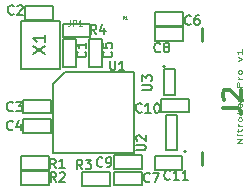
<source format=gto>
G04 (created by PCBNEW (25-Oct-2014 BZR 4029)-stable) date Mon 27 Apr 2015 22:20:08 CEST*
%MOIN*%
G04 Gerber Fmt 3.4, Leading zero omitted, Abs format*
%FSLAX34Y34*%
G01*
G70*
G90*
G04 APERTURE LIST*
%ADD10C,0.00590551*%
%ADD11C,0.0039*%
%ADD12C,0.0059*%
%ADD13C,0.01*%
%ADD14C,0.0079*%
%ADD15C,0.006*%
%ADD16C,0.00314961*%
%ADD17C,0.0025*%
%ADD18C,0.012*%
G04 APERTURE END LIST*
G54D10*
G54D11*
X3263Y-1561D02*
X3106Y-1561D01*
X3263Y-1404D01*
X3106Y-1404D01*
X3263Y-1272D02*
X3158Y-1272D01*
X3106Y-1272D02*
X3114Y-1286D01*
X3121Y-1272D01*
X3114Y-1259D01*
X3106Y-1272D01*
X3121Y-1272D01*
X3158Y-1181D02*
X3158Y-1076D01*
X3106Y-1141D02*
X3241Y-1141D01*
X3256Y-1128D01*
X3263Y-1102D01*
X3263Y-1076D01*
X3263Y-984D02*
X3158Y-984D01*
X3188Y-984D02*
X3173Y-971D01*
X3166Y-958D01*
X3158Y-931D01*
X3158Y-905D01*
X3263Y-774D02*
X3256Y-800D01*
X3248Y-813D01*
X3233Y-826D01*
X3188Y-826D01*
X3173Y-813D01*
X3166Y-800D01*
X3158Y-774D01*
X3158Y-734D01*
X3166Y-708D01*
X3173Y-695D01*
X3188Y-682D01*
X3233Y-682D01*
X3248Y-695D01*
X3256Y-708D01*
X3263Y-734D01*
X3263Y-774D01*
X3263Y-564D02*
X3106Y-564D01*
X3203Y-538D02*
X3263Y-459D01*
X3158Y-459D02*
X3218Y-564D01*
X3256Y-236D02*
X3263Y-262D01*
X3263Y-314D01*
X3256Y-341D01*
X3241Y-354D01*
X3181Y-354D01*
X3166Y-341D01*
X3158Y-314D01*
X3158Y-262D01*
X3166Y-236D01*
X3181Y-223D01*
X3196Y-223D01*
X3211Y-354D01*
X3158Y-131D02*
X3263Y-65D01*
X3158Y0D02*
X3263Y-65D01*
X3300Y-91D01*
X3308Y-104D01*
X3315Y-131D01*
X3263Y314D02*
X3106Y314D01*
X3106Y419D01*
X3114Y446D01*
X3121Y459D01*
X3136Y472D01*
X3158Y472D01*
X3173Y459D01*
X3181Y446D01*
X3188Y419D01*
X3188Y314D01*
X3263Y590D02*
X3158Y590D01*
X3188Y590D02*
X3173Y603D01*
X3166Y616D01*
X3158Y643D01*
X3158Y669D01*
X3263Y800D02*
X3256Y774D01*
X3248Y761D01*
X3233Y748D01*
X3188Y748D01*
X3173Y761D01*
X3166Y774D01*
X3158Y800D01*
X3158Y839D01*
X3166Y866D01*
X3173Y879D01*
X3188Y892D01*
X3233Y892D01*
X3248Y879D01*
X3256Y866D01*
X3263Y839D01*
X3263Y800D01*
X3158Y1194D02*
X3263Y1259D01*
X3158Y1325D01*
X3263Y1574D02*
X3263Y1417D01*
X3263Y1496D02*
X3106Y1496D01*
X3128Y1469D01*
X3143Y1443D01*
X3151Y1417D01*
X3263Y-1561D02*
X3106Y-1561D01*
X3263Y-1404D01*
X3106Y-1404D01*
X3263Y-1272D02*
X3158Y-1272D01*
X3106Y-1272D02*
X3114Y-1286D01*
X3121Y-1272D01*
X3114Y-1259D01*
X3106Y-1272D01*
X3121Y-1272D01*
X3158Y-1181D02*
X3158Y-1076D01*
X3106Y-1141D02*
X3241Y-1141D01*
X3256Y-1128D01*
X3263Y-1102D01*
X3263Y-1076D01*
X3263Y-984D02*
X3158Y-984D01*
X3188Y-984D02*
X3173Y-971D01*
X3166Y-958D01*
X3158Y-931D01*
X3158Y-905D01*
X3263Y-774D02*
X3256Y-800D01*
X3248Y-813D01*
X3233Y-826D01*
X3188Y-826D01*
X3173Y-813D01*
X3166Y-800D01*
X3158Y-774D01*
X3158Y-734D01*
X3166Y-708D01*
X3173Y-695D01*
X3188Y-682D01*
X3233Y-682D01*
X3248Y-695D01*
X3256Y-708D01*
X3263Y-734D01*
X3263Y-774D01*
X3263Y-564D02*
X3106Y-564D01*
X3203Y-538D02*
X3263Y-459D01*
X3158Y-459D02*
X3218Y-564D01*
X3256Y-236D02*
X3263Y-262D01*
X3263Y-314D01*
X3256Y-341D01*
X3241Y-354D01*
X3181Y-354D01*
X3166Y-341D01*
X3158Y-314D01*
X3158Y-262D01*
X3166Y-236D01*
X3181Y-223D01*
X3196Y-223D01*
X3211Y-354D01*
X3158Y-131D02*
X3263Y-65D01*
X3158Y0D02*
X3263Y-65D01*
X3300Y-91D01*
X3308Y-104D01*
X3315Y-131D01*
X3263Y314D02*
X3106Y314D01*
X3106Y419D01*
X3114Y446D01*
X3121Y459D01*
X3136Y472D01*
X3158Y472D01*
X3173Y459D01*
X3181Y446D01*
X3188Y419D01*
X3188Y314D01*
X3263Y590D02*
X3158Y590D01*
X3188Y590D02*
X3173Y603D01*
X3166Y616D01*
X3158Y643D01*
X3158Y669D01*
X3263Y800D02*
X3256Y774D01*
X3248Y761D01*
X3233Y748D01*
X3188Y748D01*
X3173Y761D01*
X3166Y774D01*
X3158Y800D01*
X3158Y839D01*
X3166Y866D01*
X3173Y879D01*
X3188Y892D01*
X3233Y892D01*
X3248Y879D01*
X3256Y866D01*
X3263Y839D01*
X3263Y800D01*
X3158Y1194D02*
X3263Y1259D01*
X3158Y1325D01*
X3263Y1574D02*
X3263Y1417D01*
X3263Y1496D02*
X3106Y1496D01*
X3128Y1469D01*
X3143Y1443D01*
X3151Y1417D01*
G54D12*
X-1781Y2429D02*
X-1781Y1977D01*
X-1781Y1977D02*
X-2707Y1977D01*
X-2707Y1977D02*
X-2707Y2429D01*
X-2707Y2429D02*
X-1781Y2429D01*
X-4085Y-2943D02*
X-4085Y-2491D01*
X-4085Y-2491D02*
X-3159Y-2491D01*
X-3159Y-2491D02*
X-3159Y-2943D01*
X-3159Y-2943D02*
X-4085Y-2943D01*
X-1117Y-2514D02*
X-1117Y-2966D01*
X-1117Y-2966D02*
X-2043Y-2966D01*
X-2043Y-2966D02*
X-2043Y-2514D01*
X-2043Y-2514D02*
X-1117Y-2514D01*
X1506Y-521D02*
X580Y-521D01*
X580Y-521D02*
X580Y-69D01*
X580Y-69D02*
X1506Y-69D01*
X1506Y-69D02*
X1506Y-521D01*
X374Y2313D02*
X1300Y2313D01*
X1300Y2313D02*
X1300Y1861D01*
X1300Y1861D02*
X374Y1861D01*
X374Y1861D02*
X374Y2313D01*
X364Y-1979D02*
X1290Y-1979D01*
X1290Y-1979D02*
X1290Y-2431D01*
X1290Y-2431D02*
X364Y-2431D01*
X364Y-2431D02*
X364Y-1979D01*
X-994Y-2510D02*
X-68Y-2510D01*
X-68Y-2510D02*
X-68Y-2962D01*
X-68Y-2962D02*
X-994Y-2962D01*
X-994Y-2962D02*
X-994Y-2510D01*
X-3021Y2569D02*
X-3947Y2569D01*
X-3947Y2569D02*
X-3947Y3021D01*
X-3947Y3021D02*
X-3021Y3021D01*
X-3021Y3021D02*
X-3021Y2569D01*
X-3100Y-1210D02*
X-4026Y-1210D01*
X-4026Y-1210D02*
X-4026Y-758D01*
X-4026Y-758D02*
X-3100Y-758D01*
X-3100Y-758D02*
X-3100Y-1210D01*
X-1388Y1918D02*
X-1388Y992D01*
X-1388Y992D02*
X-1840Y992D01*
X-1840Y992D02*
X-1840Y1918D01*
X-1840Y1918D02*
X-1388Y1918D01*
X374Y2805D02*
X1300Y2805D01*
X1300Y2805D02*
X1300Y2353D01*
X1300Y2353D02*
X374Y2353D01*
X374Y2353D02*
X374Y2805D01*
X-68Y-2411D02*
X-994Y-2411D01*
X-994Y-2411D02*
X-994Y-1959D01*
X-994Y-1959D02*
X-68Y-1959D01*
X-68Y-1959D02*
X-68Y-2411D01*
X-2254Y1918D02*
X-2254Y992D01*
X-2254Y992D02*
X-2706Y992D01*
X-2706Y992D02*
X-2706Y1918D01*
X-2706Y1918D02*
X-2254Y1918D01*
X-4085Y-2432D02*
X-4085Y-1980D01*
X-4085Y-1980D02*
X-3159Y-1980D01*
X-3159Y-1980D02*
X-3159Y-2432D01*
X-3159Y-2432D02*
X-4085Y-2432D01*
X-4026Y-109D02*
X-3100Y-109D01*
X-3100Y-109D02*
X-3100Y-561D01*
X-3100Y-561D02*
X-4026Y-561D01*
X-4026Y-561D02*
X-4026Y-109D01*
X-4105Y913D02*
X-4105Y2513D01*
X-4105Y2513D02*
X-2785Y2513D01*
X-2785Y2513D02*
X-2785Y913D01*
X-2785Y913D02*
X-4105Y913D01*
X1053Y905D02*
X679Y905D01*
X1053Y39D02*
X679Y39D01*
X697Y1003D02*
G75*
G03X697Y1003I-35J0D01*
G74*
G01*
X1053Y905D02*
X1053Y39D01*
X679Y39D02*
X679Y905D01*
X738Y-1792D02*
X738Y-610D01*
X738Y-610D02*
X1112Y-610D01*
X1112Y-610D02*
X1112Y-1792D01*
X1112Y-1792D02*
X738Y-1792D01*
X1421Y-1830D02*
G75*
G03X1421Y-1830I-43J0D01*
G74*
G01*
X-2618Y808D02*
X-3012Y414D01*
X-3012Y414D02*
X-3012Y-1870D01*
X-334Y808D02*
X-334Y-1870D01*
X-334Y-1870D02*
X-3012Y-1870D01*
X-2618Y808D02*
X-334Y808D01*
X-2618Y808D02*
X-3012Y414D01*
X-3012Y414D02*
X-3012Y-1870D01*
X-334Y808D02*
X-334Y-1870D01*
X-334Y-1870D02*
X-3012Y-1870D01*
X-2618Y808D02*
X-334Y808D01*
G54D13*
X1928Y1843D02*
X1928Y2276D01*
X1928Y-1856D02*
X1928Y-2289D01*
G54D12*
X738Y-1792D02*
X738Y-610D01*
X738Y-610D02*
X1112Y-610D01*
X1112Y-610D02*
X1112Y-1792D01*
X1112Y-1792D02*
X738Y-1792D01*
X1421Y-1830D02*
G75*
G03X1421Y-1830I-43J0D01*
G74*
G01*
X1053Y905D02*
X679Y905D01*
X1053Y39D02*
X679Y39D01*
X697Y1003D02*
G75*
G03X697Y1003I-35J0D01*
G74*
G01*
X1053Y905D02*
X1053Y39D01*
X679Y39D02*
X679Y905D01*
X-4105Y913D02*
X-4105Y2513D01*
X-4105Y2513D02*
X-2785Y2513D01*
X-2785Y2513D02*
X-2785Y913D01*
X-2785Y913D02*
X-4105Y913D01*
X-4026Y-109D02*
X-3100Y-109D01*
X-3100Y-109D02*
X-3100Y-561D01*
X-3100Y-561D02*
X-4026Y-561D01*
X-4026Y-561D02*
X-4026Y-109D01*
X-4085Y-2432D02*
X-4085Y-1980D01*
X-4085Y-1980D02*
X-3159Y-1980D01*
X-3159Y-1980D02*
X-3159Y-2432D01*
X-3159Y-2432D02*
X-4085Y-2432D01*
X-2254Y1918D02*
X-2254Y992D01*
X-2254Y992D02*
X-2706Y992D01*
X-2706Y992D02*
X-2706Y1918D01*
X-2706Y1918D02*
X-2254Y1918D01*
X-68Y-2411D02*
X-994Y-2411D01*
X-994Y-2411D02*
X-994Y-1959D01*
X-994Y-1959D02*
X-68Y-1959D01*
X-68Y-1959D02*
X-68Y-2411D01*
X374Y2805D02*
X1300Y2805D01*
X1300Y2805D02*
X1300Y2353D01*
X1300Y2353D02*
X374Y2353D01*
X374Y2353D02*
X374Y2805D01*
X-1388Y1918D02*
X-1388Y992D01*
X-1388Y992D02*
X-1840Y992D01*
X-1840Y992D02*
X-1840Y1918D01*
X-1840Y1918D02*
X-1388Y1918D01*
X-3100Y-1210D02*
X-4026Y-1210D01*
X-4026Y-1210D02*
X-4026Y-758D01*
X-4026Y-758D02*
X-3100Y-758D01*
X-3100Y-758D02*
X-3100Y-1210D01*
X-3021Y2569D02*
X-3947Y2569D01*
X-3947Y2569D02*
X-3947Y3021D01*
X-3947Y3021D02*
X-3021Y3021D01*
X-3021Y3021D02*
X-3021Y2569D01*
X-994Y-2510D02*
X-68Y-2510D01*
X-68Y-2510D02*
X-68Y-2962D01*
X-68Y-2962D02*
X-994Y-2962D01*
X-994Y-2962D02*
X-994Y-2510D01*
X364Y-1979D02*
X1290Y-1979D01*
X1290Y-1979D02*
X1290Y-2431D01*
X1290Y-2431D02*
X364Y-2431D01*
X364Y-2431D02*
X364Y-1979D01*
X374Y2313D02*
X1300Y2313D01*
X1300Y2313D02*
X1300Y1861D01*
X1300Y1861D02*
X374Y1861D01*
X374Y1861D02*
X374Y2313D01*
X1506Y-521D02*
X580Y-521D01*
X580Y-521D02*
X580Y-69D01*
X580Y-69D02*
X1506Y-69D01*
X1506Y-69D02*
X1506Y-521D01*
X-1117Y-2514D02*
X-1117Y-2966D01*
X-1117Y-2966D02*
X-2043Y-2966D01*
X-2043Y-2966D02*
X-2043Y-2514D01*
X-2043Y-2514D02*
X-1117Y-2514D01*
X-4085Y-2943D02*
X-4085Y-2491D01*
X-4085Y-2491D02*
X-3159Y-2491D01*
X-3159Y-2491D02*
X-3159Y-2943D01*
X-3159Y-2943D02*
X-4085Y-2943D01*
X-1781Y2429D02*
X-1781Y1977D01*
X-1781Y1977D02*
X-2707Y1977D01*
X-2707Y1977D02*
X-2707Y2429D01*
X-2707Y2429D02*
X-1781Y2429D01*
X-1587Y2075D02*
X-1692Y2225D01*
X-1767Y2075D02*
X-1767Y2390D01*
X-1647Y2390D01*
X-1617Y2375D01*
X-1602Y2360D01*
X-1587Y2330D01*
X-1587Y2285D01*
X-1602Y2255D01*
X-1617Y2240D01*
X-1647Y2225D01*
X-1767Y2225D01*
X-1317Y2285D02*
X-1317Y2075D01*
X-1392Y2405D02*
X-1467Y2180D01*
X-1272Y2180D01*
X-2926Y-2845D02*
X-3031Y-2695D01*
X-3106Y-2845D02*
X-3106Y-2530D01*
X-2986Y-2530D01*
X-2956Y-2545D01*
X-2941Y-2560D01*
X-2926Y-2590D01*
X-2926Y-2635D01*
X-2941Y-2665D01*
X-2956Y-2680D01*
X-2986Y-2695D01*
X-3106Y-2695D01*
X-2806Y-2560D02*
X-2791Y-2545D01*
X-2761Y-2530D01*
X-2686Y-2530D01*
X-2656Y-2545D01*
X-2641Y-2560D01*
X-2626Y-2590D01*
X-2626Y-2620D01*
X-2641Y-2665D01*
X-2821Y-2845D01*
X-2626Y-2845D01*
X-2045Y-2424D02*
X-2150Y-2274D01*
X-2225Y-2424D02*
X-2225Y-2109D01*
X-2105Y-2109D01*
X-2075Y-2124D01*
X-2060Y-2139D01*
X-2045Y-2169D01*
X-2045Y-2214D01*
X-2060Y-2244D01*
X-2075Y-2259D01*
X-2105Y-2274D01*
X-2225Y-2274D01*
X-1940Y-2109D02*
X-1745Y-2109D01*
X-1850Y-2229D01*
X-1805Y-2229D01*
X-1775Y-2244D01*
X-1760Y-2259D01*
X-1745Y-2289D01*
X-1745Y-2364D01*
X-1760Y-2394D01*
X-1775Y-2409D01*
X-1805Y-2424D01*
X-1895Y-2424D01*
X-1925Y-2409D01*
X-1940Y-2394D01*
X-69Y-504D02*
X-84Y-519D01*
X-129Y-534D01*
X-159Y-534D01*
X-204Y-519D01*
X-234Y-489D01*
X-249Y-459D01*
X-264Y-399D01*
X-264Y-354D01*
X-249Y-294D01*
X-234Y-264D01*
X-204Y-234D01*
X-159Y-219D01*
X-129Y-219D01*
X-84Y-234D01*
X-69Y-249D01*
X230Y-534D02*
X50Y-534D01*
X140Y-534D02*
X140Y-219D01*
X110Y-264D01*
X80Y-294D01*
X50Y-309D01*
X425Y-219D02*
X455Y-219D01*
X485Y-234D01*
X500Y-249D01*
X515Y-279D01*
X530Y-339D01*
X530Y-414D01*
X515Y-474D01*
X500Y-504D01*
X485Y-519D01*
X455Y-534D01*
X425Y-534D01*
X395Y-519D01*
X380Y-504D01*
X365Y-474D01*
X350Y-414D01*
X350Y-339D01*
X365Y-279D01*
X380Y-249D01*
X395Y-234D01*
X425Y-219D01*
X553Y1503D02*
X538Y1488D01*
X493Y1473D01*
X463Y1473D01*
X418Y1488D01*
X388Y1518D01*
X373Y1548D01*
X358Y1608D01*
X358Y1653D01*
X373Y1713D01*
X388Y1743D01*
X418Y1773D01*
X463Y1788D01*
X493Y1788D01*
X538Y1773D01*
X553Y1758D01*
X733Y1653D02*
X703Y1668D01*
X688Y1683D01*
X673Y1713D01*
X673Y1728D01*
X688Y1758D01*
X703Y1773D01*
X733Y1788D01*
X793Y1788D01*
X823Y1773D01*
X838Y1758D01*
X853Y1728D01*
X853Y1713D01*
X838Y1683D01*
X823Y1668D01*
X793Y1653D01*
X733Y1653D01*
X703Y1638D01*
X688Y1623D01*
X673Y1593D01*
X673Y1533D01*
X688Y1503D01*
X703Y1488D01*
X733Y1473D01*
X793Y1473D01*
X823Y1488D01*
X838Y1503D01*
X853Y1533D01*
X853Y1593D01*
X838Y1623D01*
X823Y1638D01*
X793Y1653D01*
X875Y-2748D02*
X860Y-2763D01*
X815Y-2778D01*
X785Y-2778D01*
X740Y-2763D01*
X710Y-2733D01*
X695Y-2703D01*
X680Y-2643D01*
X680Y-2598D01*
X695Y-2538D01*
X710Y-2508D01*
X740Y-2478D01*
X785Y-2463D01*
X815Y-2463D01*
X860Y-2478D01*
X875Y-2493D01*
X1175Y-2778D02*
X995Y-2778D01*
X1085Y-2778D02*
X1085Y-2463D01*
X1055Y-2508D01*
X1025Y-2538D01*
X995Y-2553D01*
X1475Y-2778D02*
X1295Y-2778D01*
X1385Y-2778D02*
X1385Y-2463D01*
X1355Y-2508D01*
X1325Y-2538D01*
X1295Y-2553D01*
X-1375Y-2315D02*
X-1390Y-2330D01*
X-1435Y-2345D01*
X-1465Y-2345D01*
X-1510Y-2330D01*
X-1540Y-2300D01*
X-1555Y-2270D01*
X-1570Y-2210D01*
X-1570Y-2165D01*
X-1555Y-2105D01*
X-1540Y-2075D01*
X-1510Y-2045D01*
X-1465Y-2030D01*
X-1435Y-2030D01*
X-1390Y-2045D01*
X-1375Y-2060D01*
X-1225Y-2345D02*
X-1165Y-2345D01*
X-1135Y-2330D01*
X-1120Y-2315D01*
X-1090Y-2270D01*
X-1075Y-2210D01*
X-1075Y-2090D01*
X-1090Y-2060D01*
X-1105Y-2045D01*
X-1135Y-2030D01*
X-1195Y-2030D01*
X-1225Y-2045D01*
X-1240Y-2060D01*
X-1255Y-2090D01*
X-1255Y-2165D01*
X-1240Y-2195D01*
X-1225Y-2210D01*
X-1195Y-2225D01*
X-1135Y-2225D01*
X-1105Y-2210D01*
X-1090Y-2195D01*
X-1075Y-2165D01*
X-4328Y2763D02*
X-4343Y2748D01*
X-4388Y2733D01*
X-4418Y2733D01*
X-4463Y2748D01*
X-4493Y2778D01*
X-4508Y2808D01*
X-4523Y2868D01*
X-4523Y2913D01*
X-4508Y2973D01*
X-4493Y3003D01*
X-4463Y3033D01*
X-4418Y3048D01*
X-4388Y3048D01*
X-4343Y3033D01*
X-4328Y3018D01*
X-4208Y3018D02*
X-4193Y3033D01*
X-4163Y3048D01*
X-4088Y3048D01*
X-4058Y3033D01*
X-4043Y3018D01*
X-4028Y2988D01*
X-4028Y2958D01*
X-4043Y2913D01*
X-4223Y2733D01*
X-4028Y2733D01*
X-4368Y-1095D02*
X-4383Y-1110D01*
X-4428Y-1125D01*
X-4458Y-1125D01*
X-4503Y-1110D01*
X-4533Y-1080D01*
X-4548Y-1050D01*
X-4563Y-990D01*
X-4563Y-945D01*
X-4548Y-885D01*
X-4533Y-855D01*
X-4503Y-825D01*
X-4458Y-810D01*
X-4428Y-810D01*
X-4383Y-825D01*
X-4368Y-840D01*
X-4098Y-915D02*
X-4098Y-1125D01*
X-4173Y-795D02*
X-4248Y-1020D01*
X-4053Y-1020D01*
X-1083Y1500D02*
X-1068Y1485D01*
X-1053Y1440D01*
X-1053Y1410D01*
X-1068Y1365D01*
X-1098Y1335D01*
X-1128Y1320D01*
X-1188Y1305D01*
X-1233Y1305D01*
X-1293Y1320D01*
X-1323Y1335D01*
X-1353Y1365D01*
X-1368Y1410D01*
X-1368Y1440D01*
X-1353Y1485D01*
X-1338Y1500D01*
X-1368Y1785D02*
X-1368Y1635D01*
X-1218Y1620D01*
X-1233Y1635D01*
X-1248Y1665D01*
X-1248Y1740D01*
X-1233Y1770D01*
X-1218Y1785D01*
X-1188Y1800D01*
X-1113Y1800D01*
X-1083Y1785D01*
X-1068Y1770D01*
X-1053Y1740D01*
X-1053Y1665D01*
X-1068Y1635D01*
X-1083Y1620D01*
X1561Y2420D02*
X1546Y2405D01*
X1501Y2390D01*
X1471Y2390D01*
X1426Y2405D01*
X1396Y2435D01*
X1381Y2465D01*
X1366Y2525D01*
X1366Y2570D01*
X1381Y2630D01*
X1396Y2660D01*
X1426Y2690D01*
X1471Y2705D01*
X1501Y2705D01*
X1546Y2690D01*
X1561Y2675D01*
X1831Y2705D02*
X1771Y2705D01*
X1741Y2690D01*
X1726Y2675D01*
X1696Y2630D01*
X1681Y2570D01*
X1681Y2450D01*
X1696Y2420D01*
X1711Y2405D01*
X1741Y2390D01*
X1801Y2390D01*
X1831Y2405D01*
X1846Y2420D01*
X1861Y2450D01*
X1861Y2525D01*
X1846Y2555D01*
X1831Y2570D01*
X1801Y2585D01*
X1741Y2585D01*
X1711Y2570D01*
X1696Y2555D01*
X1681Y2525D01*
X198Y-2827D02*
X183Y-2842D01*
X138Y-2857D01*
X108Y-2857D01*
X63Y-2842D01*
X33Y-2812D01*
X18Y-2782D01*
X3Y-2722D01*
X3Y-2677D01*
X18Y-2617D01*
X33Y-2587D01*
X63Y-2557D01*
X108Y-2542D01*
X138Y-2542D01*
X183Y-2557D01*
X198Y-2572D01*
X303Y-2542D02*
X513Y-2542D01*
X378Y-2857D01*
X-1949Y1500D02*
X-1934Y1485D01*
X-1919Y1440D01*
X-1919Y1410D01*
X-1934Y1365D01*
X-1964Y1335D01*
X-1994Y1320D01*
X-2054Y1305D01*
X-2099Y1305D01*
X-2159Y1320D01*
X-2189Y1335D01*
X-2219Y1365D01*
X-2234Y1410D01*
X-2234Y1440D01*
X-2219Y1485D01*
X-2204Y1500D01*
X-1919Y1800D02*
X-1919Y1620D01*
X-1919Y1710D02*
X-2234Y1710D01*
X-2189Y1680D01*
X-2159Y1650D01*
X-2144Y1620D01*
X-2930Y-2386D02*
X-3035Y-2236D01*
X-3110Y-2386D02*
X-3110Y-2071D01*
X-2990Y-2071D01*
X-2960Y-2086D01*
X-2945Y-2101D01*
X-2930Y-2131D01*
X-2930Y-2176D01*
X-2945Y-2206D01*
X-2960Y-2221D01*
X-2990Y-2236D01*
X-3110Y-2236D01*
X-2630Y-2386D02*
X-2810Y-2386D01*
X-2720Y-2386D02*
X-2720Y-2071D01*
X-2750Y-2116D01*
X-2780Y-2146D01*
X-2810Y-2161D01*
X-4368Y-465D02*
X-4383Y-480D01*
X-4428Y-495D01*
X-4458Y-495D01*
X-4503Y-480D01*
X-4533Y-450D01*
X-4548Y-420D01*
X-4563Y-360D01*
X-4563Y-315D01*
X-4548Y-255D01*
X-4533Y-225D01*
X-4503Y-195D01*
X-4458Y-180D01*
X-4428Y-180D01*
X-4383Y-195D01*
X-4368Y-210D01*
X-4263Y-180D02*
X-4068Y-180D01*
X-4173Y-300D01*
X-4128Y-300D01*
X-4098Y-315D01*
X-4083Y-330D01*
X-4068Y-360D01*
X-4068Y-435D01*
X-4083Y-465D01*
X-4098Y-480D01*
X-4128Y-495D01*
X-4218Y-495D01*
X-4248Y-480D01*
X-4263Y-465D01*
G54D14*
X-3684Y1431D02*
X-3290Y1693D01*
X-3684Y1693D02*
X-3290Y1431D01*
X-3290Y2050D02*
X-3290Y1825D01*
X-3290Y1937D02*
X-3684Y1937D01*
X-3628Y1900D01*
X-3590Y1862D01*
X-3571Y1825D01*
G54D12*
X-54Y219D02*
X200Y219D01*
X230Y234D01*
X245Y249D01*
X260Y279D01*
X260Y339D01*
X245Y369D01*
X230Y384D01*
X200Y399D01*
X-54Y399D01*
X-54Y519D02*
X-54Y714D01*
X65Y609D01*
X65Y654D01*
X80Y684D01*
X95Y699D01*
X125Y714D01*
X200Y714D01*
X230Y699D01*
X245Y684D01*
X260Y654D01*
X260Y564D01*
X245Y534D01*
X230Y519D01*
X-251Y-1789D02*
X3Y-1789D01*
X33Y-1774D01*
X48Y-1759D01*
X63Y-1729D01*
X63Y-1669D01*
X48Y-1639D01*
X33Y-1624D01*
X3Y-1609D01*
X-251Y-1609D01*
X-221Y-1474D02*
X-236Y-1459D01*
X-251Y-1429D01*
X-251Y-1354D01*
X-236Y-1324D01*
X-221Y-1309D01*
X-191Y-1294D01*
X-161Y-1294D01*
X-116Y-1309D01*
X63Y-1489D01*
X63Y-1294D01*
G54D15*
X-1118Y1188D02*
X-1118Y945D01*
X-1104Y917D01*
X-1090Y902D01*
X-1061Y888D01*
X-1004Y888D01*
X-975Y902D01*
X-961Y917D01*
X-947Y945D01*
X-947Y1188D01*
X-647Y888D02*
X-818Y888D01*
X-732Y888D02*
X-732Y1188D01*
X-761Y1145D01*
X-790Y1117D01*
X-818Y1102D01*
G54D16*
X-2447Y2556D02*
X-2447Y2416D01*
X-2456Y2388D01*
X-2475Y2369D01*
X-2503Y2359D01*
X-2522Y2359D01*
X-2353Y2359D02*
X-2353Y2556D01*
X-2278Y2556D01*
X-2260Y2547D01*
X-2250Y2537D01*
X-2241Y2519D01*
X-2241Y2491D01*
X-2250Y2472D01*
X-2260Y2463D01*
X-2278Y2453D01*
X-2353Y2453D01*
X-2053Y2359D02*
X-2166Y2359D01*
X-2110Y2359D02*
X-2110Y2556D01*
X-2128Y2528D01*
X-2147Y2509D01*
X-2166Y2500D01*
G54D17*
X-703Y2576D02*
X-703Y2676D01*
X-665Y2676D01*
X-656Y2671D01*
X-651Y2666D01*
X-646Y2657D01*
X-646Y2642D01*
X-651Y2633D01*
X-656Y2628D01*
X-665Y2623D01*
X-703Y2623D01*
X-551Y2576D02*
X-608Y2576D01*
X-579Y2576D02*
X-579Y2676D01*
X-589Y2661D01*
X-598Y2652D01*
X-608Y2647D01*
X-703Y2576D02*
X-703Y2676D01*
X-665Y2676D01*
X-656Y2671D01*
X-651Y2666D01*
X-646Y2657D01*
X-646Y2642D01*
X-651Y2633D01*
X-656Y2628D01*
X-665Y2623D01*
X-703Y2623D01*
X-551Y2576D02*
X-608Y2576D01*
X-579Y2576D02*
X-579Y2676D01*
X-589Y2661D01*
X-598Y2652D01*
X-608Y2647D01*
G54D16*
X-2447Y2556D02*
X-2447Y2416D01*
X-2456Y2388D01*
X-2475Y2369D01*
X-2503Y2359D01*
X-2522Y2359D01*
X-2353Y2359D02*
X-2353Y2556D01*
X-2278Y2556D01*
X-2260Y2547D01*
X-2250Y2537D01*
X-2241Y2519D01*
X-2241Y2491D01*
X-2250Y2472D01*
X-2260Y2463D01*
X-2278Y2453D01*
X-2353Y2453D01*
X-2053Y2359D02*
X-2166Y2359D01*
X-2110Y2359D02*
X-2110Y2556D01*
X-2128Y2528D01*
X-2147Y2509D01*
X-2166Y2500D01*
G54D15*
X-1118Y1188D02*
X-1118Y945D01*
X-1104Y917D01*
X-1090Y902D01*
X-1061Y888D01*
X-1004Y888D01*
X-975Y902D01*
X-961Y917D01*
X-947Y945D01*
X-947Y1188D01*
X-647Y888D02*
X-818Y888D01*
X-732Y888D02*
X-732Y1188D01*
X-761Y1145D01*
X-790Y1117D01*
X-818Y1102D01*
G54D18*
X2631Y-366D02*
X3060Y-366D01*
X3145Y-394D01*
X3203Y-452D01*
X3231Y-537D01*
X3231Y-594D01*
X2688Y-109D02*
X2660Y-80D01*
X2631Y-23D01*
X2631Y119D01*
X2660Y176D01*
X2688Y205D01*
X2745Y233D01*
X2803Y233D01*
X2888Y205D01*
X3231Y-137D01*
X3231Y233D01*
G54D12*
X-251Y-1789D02*
X3Y-1789D01*
X33Y-1774D01*
X48Y-1759D01*
X63Y-1729D01*
X63Y-1669D01*
X48Y-1639D01*
X33Y-1624D01*
X3Y-1609D01*
X-251Y-1609D01*
X-221Y-1474D02*
X-236Y-1459D01*
X-251Y-1429D01*
X-251Y-1354D01*
X-236Y-1324D01*
X-221Y-1309D01*
X-191Y-1294D01*
X-161Y-1294D01*
X-116Y-1309D01*
X63Y-1489D01*
X63Y-1294D01*
X-54Y219D02*
X200Y219D01*
X230Y234D01*
X245Y249D01*
X260Y279D01*
X260Y339D01*
X245Y369D01*
X230Y384D01*
X200Y399D01*
X-54Y399D01*
X-54Y519D02*
X-54Y714D01*
X65Y609D01*
X65Y654D01*
X80Y684D01*
X95Y699D01*
X125Y714D01*
X200Y714D01*
X230Y699D01*
X245Y684D01*
X260Y654D01*
X260Y564D01*
X245Y534D01*
X230Y519D01*
G54D14*
X-3684Y1431D02*
X-3290Y1693D01*
X-3684Y1693D02*
X-3290Y1431D01*
X-3290Y2050D02*
X-3290Y1825D01*
X-3290Y1937D02*
X-3684Y1937D01*
X-3628Y1900D01*
X-3590Y1862D01*
X-3571Y1825D01*
G54D12*
X-4368Y-465D02*
X-4383Y-480D01*
X-4428Y-495D01*
X-4458Y-495D01*
X-4503Y-480D01*
X-4533Y-450D01*
X-4548Y-420D01*
X-4563Y-360D01*
X-4563Y-315D01*
X-4548Y-255D01*
X-4533Y-225D01*
X-4503Y-195D01*
X-4458Y-180D01*
X-4428Y-180D01*
X-4383Y-195D01*
X-4368Y-210D01*
X-4263Y-180D02*
X-4068Y-180D01*
X-4173Y-300D01*
X-4128Y-300D01*
X-4098Y-315D01*
X-4083Y-330D01*
X-4068Y-360D01*
X-4068Y-435D01*
X-4083Y-465D01*
X-4098Y-480D01*
X-4128Y-495D01*
X-4218Y-495D01*
X-4248Y-480D01*
X-4263Y-465D01*
X-2930Y-2386D02*
X-3035Y-2236D01*
X-3110Y-2386D02*
X-3110Y-2071D01*
X-2990Y-2071D01*
X-2960Y-2086D01*
X-2945Y-2101D01*
X-2930Y-2131D01*
X-2930Y-2176D01*
X-2945Y-2206D01*
X-2960Y-2221D01*
X-2990Y-2236D01*
X-3110Y-2236D01*
X-2630Y-2386D02*
X-2810Y-2386D01*
X-2720Y-2386D02*
X-2720Y-2071D01*
X-2750Y-2116D01*
X-2780Y-2146D01*
X-2810Y-2161D01*
X-1949Y1500D02*
X-1934Y1485D01*
X-1919Y1440D01*
X-1919Y1410D01*
X-1934Y1365D01*
X-1964Y1335D01*
X-1994Y1320D01*
X-2054Y1305D01*
X-2099Y1305D01*
X-2159Y1320D01*
X-2189Y1335D01*
X-2219Y1365D01*
X-2234Y1410D01*
X-2234Y1440D01*
X-2219Y1485D01*
X-2204Y1500D01*
X-1919Y1800D02*
X-1919Y1620D01*
X-1919Y1710D02*
X-2234Y1710D01*
X-2189Y1680D01*
X-2159Y1650D01*
X-2144Y1620D01*
X198Y-2827D02*
X183Y-2842D01*
X138Y-2857D01*
X108Y-2857D01*
X63Y-2842D01*
X33Y-2812D01*
X18Y-2782D01*
X3Y-2722D01*
X3Y-2677D01*
X18Y-2617D01*
X33Y-2587D01*
X63Y-2557D01*
X108Y-2542D01*
X138Y-2542D01*
X183Y-2557D01*
X198Y-2572D01*
X303Y-2542D02*
X513Y-2542D01*
X378Y-2857D01*
X1561Y2420D02*
X1546Y2405D01*
X1501Y2390D01*
X1471Y2390D01*
X1426Y2405D01*
X1396Y2435D01*
X1381Y2465D01*
X1366Y2525D01*
X1366Y2570D01*
X1381Y2630D01*
X1396Y2660D01*
X1426Y2690D01*
X1471Y2705D01*
X1501Y2705D01*
X1546Y2690D01*
X1561Y2675D01*
X1831Y2705D02*
X1771Y2705D01*
X1741Y2690D01*
X1726Y2675D01*
X1696Y2630D01*
X1681Y2570D01*
X1681Y2450D01*
X1696Y2420D01*
X1711Y2405D01*
X1741Y2390D01*
X1801Y2390D01*
X1831Y2405D01*
X1846Y2420D01*
X1861Y2450D01*
X1861Y2525D01*
X1846Y2555D01*
X1831Y2570D01*
X1801Y2585D01*
X1741Y2585D01*
X1711Y2570D01*
X1696Y2555D01*
X1681Y2525D01*
X-1083Y1500D02*
X-1068Y1485D01*
X-1053Y1440D01*
X-1053Y1410D01*
X-1068Y1365D01*
X-1098Y1335D01*
X-1128Y1320D01*
X-1188Y1305D01*
X-1233Y1305D01*
X-1293Y1320D01*
X-1323Y1335D01*
X-1353Y1365D01*
X-1368Y1410D01*
X-1368Y1440D01*
X-1353Y1485D01*
X-1338Y1500D01*
X-1368Y1785D02*
X-1368Y1635D01*
X-1218Y1620D01*
X-1233Y1635D01*
X-1248Y1665D01*
X-1248Y1740D01*
X-1233Y1770D01*
X-1218Y1785D01*
X-1188Y1800D01*
X-1113Y1800D01*
X-1083Y1785D01*
X-1068Y1770D01*
X-1053Y1740D01*
X-1053Y1665D01*
X-1068Y1635D01*
X-1083Y1620D01*
X-4368Y-1095D02*
X-4383Y-1110D01*
X-4428Y-1125D01*
X-4458Y-1125D01*
X-4503Y-1110D01*
X-4533Y-1080D01*
X-4548Y-1050D01*
X-4563Y-990D01*
X-4563Y-945D01*
X-4548Y-885D01*
X-4533Y-855D01*
X-4503Y-825D01*
X-4458Y-810D01*
X-4428Y-810D01*
X-4383Y-825D01*
X-4368Y-840D01*
X-4098Y-915D02*
X-4098Y-1125D01*
X-4173Y-795D02*
X-4248Y-1020D01*
X-4053Y-1020D01*
X-4328Y2763D02*
X-4343Y2748D01*
X-4388Y2733D01*
X-4418Y2733D01*
X-4463Y2748D01*
X-4493Y2778D01*
X-4508Y2808D01*
X-4523Y2868D01*
X-4523Y2913D01*
X-4508Y2973D01*
X-4493Y3003D01*
X-4463Y3033D01*
X-4418Y3048D01*
X-4388Y3048D01*
X-4343Y3033D01*
X-4328Y3018D01*
X-4208Y3018D02*
X-4193Y3033D01*
X-4163Y3048D01*
X-4088Y3048D01*
X-4058Y3033D01*
X-4043Y3018D01*
X-4028Y2988D01*
X-4028Y2958D01*
X-4043Y2913D01*
X-4223Y2733D01*
X-4028Y2733D01*
X-1375Y-2315D02*
X-1390Y-2330D01*
X-1435Y-2345D01*
X-1465Y-2345D01*
X-1510Y-2330D01*
X-1540Y-2300D01*
X-1555Y-2270D01*
X-1570Y-2210D01*
X-1570Y-2165D01*
X-1555Y-2105D01*
X-1540Y-2075D01*
X-1510Y-2045D01*
X-1465Y-2030D01*
X-1435Y-2030D01*
X-1390Y-2045D01*
X-1375Y-2060D01*
X-1225Y-2345D02*
X-1165Y-2345D01*
X-1135Y-2330D01*
X-1120Y-2315D01*
X-1090Y-2270D01*
X-1075Y-2210D01*
X-1075Y-2090D01*
X-1090Y-2060D01*
X-1105Y-2045D01*
X-1135Y-2030D01*
X-1195Y-2030D01*
X-1225Y-2045D01*
X-1240Y-2060D01*
X-1255Y-2090D01*
X-1255Y-2165D01*
X-1240Y-2195D01*
X-1225Y-2210D01*
X-1195Y-2225D01*
X-1135Y-2225D01*
X-1105Y-2210D01*
X-1090Y-2195D01*
X-1075Y-2165D01*
X875Y-2748D02*
X860Y-2763D01*
X815Y-2778D01*
X785Y-2778D01*
X740Y-2763D01*
X710Y-2733D01*
X695Y-2703D01*
X680Y-2643D01*
X680Y-2598D01*
X695Y-2538D01*
X710Y-2508D01*
X740Y-2478D01*
X785Y-2463D01*
X815Y-2463D01*
X860Y-2478D01*
X875Y-2493D01*
X1175Y-2778D02*
X995Y-2778D01*
X1085Y-2778D02*
X1085Y-2463D01*
X1055Y-2508D01*
X1025Y-2538D01*
X995Y-2553D01*
X1475Y-2778D02*
X1295Y-2778D01*
X1385Y-2778D02*
X1385Y-2463D01*
X1355Y-2508D01*
X1325Y-2538D01*
X1295Y-2553D01*
X553Y1503D02*
X538Y1488D01*
X493Y1473D01*
X463Y1473D01*
X418Y1488D01*
X388Y1518D01*
X373Y1548D01*
X358Y1608D01*
X358Y1653D01*
X373Y1713D01*
X388Y1743D01*
X418Y1773D01*
X463Y1788D01*
X493Y1788D01*
X538Y1773D01*
X553Y1758D01*
X733Y1653D02*
X703Y1668D01*
X688Y1683D01*
X673Y1713D01*
X673Y1728D01*
X688Y1758D01*
X703Y1773D01*
X733Y1788D01*
X793Y1788D01*
X823Y1773D01*
X838Y1758D01*
X853Y1728D01*
X853Y1713D01*
X838Y1683D01*
X823Y1668D01*
X793Y1653D01*
X733Y1653D01*
X703Y1638D01*
X688Y1623D01*
X673Y1593D01*
X673Y1533D01*
X688Y1503D01*
X703Y1488D01*
X733Y1473D01*
X793Y1473D01*
X823Y1488D01*
X838Y1503D01*
X853Y1533D01*
X853Y1593D01*
X838Y1623D01*
X823Y1638D01*
X793Y1653D01*
X-69Y-504D02*
X-84Y-519D01*
X-129Y-534D01*
X-159Y-534D01*
X-204Y-519D01*
X-234Y-489D01*
X-249Y-459D01*
X-264Y-399D01*
X-264Y-354D01*
X-249Y-294D01*
X-234Y-264D01*
X-204Y-234D01*
X-159Y-219D01*
X-129Y-219D01*
X-84Y-234D01*
X-69Y-249D01*
X230Y-534D02*
X50Y-534D01*
X140Y-534D02*
X140Y-219D01*
X110Y-264D01*
X80Y-294D01*
X50Y-309D01*
X425Y-219D02*
X455Y-219D01*
X485Y-234D01*
X500Y-249D01*
X515Y-279D01*
X530Y-339D01*
X530Y-414D01*
X515Y-474D01*
X500Y-504D01*
X485Y-519D01*
X455Y-534D01*
X425Y-534D01*
X395Y-519D01*
X380Y-504D01*
X365Y-474D01*
X350Y-414D01*
X350Y-339D01*
X365Y-279D01*
X380Y-249D01*
X395Y-234D01*
X425Y-219D01*
X-2045Y-2424D02*
X-2150Y-2274D01*
X-2225Y-2424D02*
X-2225Y-2109D01*
X-2105Y-2109D01*
X-2075Y-2124D01*
X-2060Y-2139D01*
X-2045Y-2169D01*
X-2045Y-2214D01*
X-2060Y-2244D01*
X-2075Y-2259D01*
X-2105Y-2274D01*
X-2225Y-2274D01*
X-1940Y-2109D02*
X-1745Y-2109D01*
X-1850Y-2229D01*
X-1805Y-2229D01*
X-1775Y-2244D01*
X-1760Y-2259D01*
X-1745Y-2289D01*
X-1745Y-2364D01*
X-1760Y-2394D01*
X-1775Y-2409D01*
X-1805Y-2424D01*
X-1895Y-2424D01*
X-1925Y-2409D01*
X-1940Y-2394D01*
X-2926Y-2845D02*
X-3031Y-2695D01*
X-3106Y-2845D02*
X-3106Y-2530D01*
X-2986Y-2530D01*
X-2956Y-2545D01*
X-2941Y-2560D01*
X-2926Y-2590D01*
X-2926Y-2635D01*
X-2941Y-2665D01*
X-2956Y-2680D01*
X-2986Y-2695D01*
X-3106Y-2695D01*
X-2806Y-2560D02*
X-2791Y-2545D01*
X-2761Y-2530D01*
X-2686Y-2530D01*
X-2656Y-2545D01*
X-2641Y-2560D01*
X-2626Y-2590D01*
X-2626Y-2620D01*
X-2641Y-2665D01*
X-2821Y-2845D01*
X-2626Y-2845D01*
X-1587Y2075D02*
X-1692Y2225D01*
X-1767Y2075D02*
X-1767Y2390D01*
X-1647Y2390D01*
X-1617Y2375D01*
X-1602Y2360D01*
X-1587Y2330D01*
X-1587Y2285D01*
X-1602Y2255D01*
X-1617Y2240D01*
X-1647Y2225D01*
X-1767Y2225D01*
X-1317Y2285D02*
X-1317Y2075D01*
X-1392Y2405D02*
X-1467Y2180D01*
X-1272Y2180D01*
M02*

</source>
